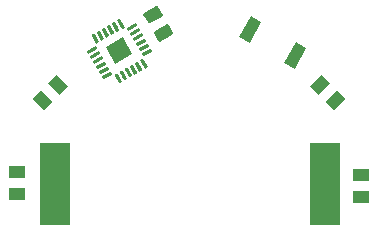
<source format=gbp>
G04 EAGLE Gerber RS-274X export*
G75*
%MOMM*%
%FSLAX34Y34*%
%LPD*%
%INBottom Paste*%
%IPPOS*%
%AMOC8*
5,1,8,0,0,1.08239X$1,22.5*%
G01*
G04 Define Apertures*
%ADD10R,2.540000X7.000000*%
%ADD11R,1.420200X1.031200*%
%ADD12R,1.031200X1.420200*%
%ADD13R,1.640000X1.640000*%
%ADD14C,0.065000*%
%ADD15R,2.000000X1.050000*%
%ADD16C,0.254000*%
D10*
X114300Y0D03*
X-114300Y0D03*
D11*
X-146050Y10465D03*
X-146050Y-7925D03*
D12*
G36*
X124687Y79775D02*
X131979Y72483D01*
X121937Y62441D01*
X114645Y69733D01*
X124687Y79775D01*
G37*
G36*
X111683Y92779D02*
X118975Y85487D01*
X108933Y75445D01*
X101641Y82737D01*
X111683Y92779D01*
G37*
D11*
X144780Y7925D03*
X144780Y-10465D03*
D12*
G36*
X-115915Y69733D02*
X-123207Y62441D01*
X-133249Y72483D01*
X-125957Y79775D01*
X-115915Y69733D01*
G37*
G36*
X-102911Y82737D02*
X-110203Y75445D01*
X-120245Y85487D01*
X-112953Y92779D01*
X-102911Y82737D01*
G37*
D13*
G36*
X-56999Y124201D02*
X-48799Y109999D01*
X-63001Y101799D01*
X-71201Y116001D01*
X-56999Y124201D01*
G37*
D14*
X-66925Y93443D02*
X-73376Y89719D01*
X-74351Y91407D01*
X-67900Y95131D01*
X-66925Y93443D01*
X-72307Y90336D02*
X-73732Y90336D01*
X-74089Y90953D02*
X-71238Y90953D01*
X-70170Y91570D02*
X-74069Y91570D01*
X-73000Y92187D02*
X-69101Y92187D01*
X-68032Y92804D02*
X-71931Y92804D01*
X-70862Y93421D02*
X-66963Y93421D01*
X-67269Y94038D02*
X-69793Y94038D01*
X-68725Y94655D02*
X-67625Y94655D01*
X-69425Y97773D02*
X-75876Y94049D01*
X-76851Y95737D01*
X-70400Y99461D01*
X-69425Y97773D01*
X-74807Y94666D02*
X-76232Y94666D01*
X-76589Y95283D02*
X-73738Y95283D01*
X-72670Y95900D02*
X-76569Y95900D01*
X-75500Y96517D02*
X-71601Y96517D01*
X-70532Y97134D02*
X-74431Y97134D01*
X-73362Y97751D02*
X-69463Y97751D01*
X-69769Y98368D02*
X-72293Y98368D01*
X-71225Y98985D02*
X-70125Y98985D01*
X-71925Y102103D02*
X-78376Y98379D01*
X-79351Y100067D01*
X-72900Y103791D01*
X-71925Y102103D01*
X-77307Y98996D02*
X-78732Y98996D01*
X-79089Y99613D02*
X-76238Y99613D01*
X-75170Y100230D02*
X-79069Y100230D01*
X-78000Y100847D02*
X-74101Y100847D01*
X-73032Y101464D02*
X-76931Y101464D01*
X-75862Y102081D02*
X-71963Y102081D01*
X-72269Y102698D02*
X-74793Y102698D01*
X-73725Y103315D02*
X-72625Y103315D01*
X-74425Y106433D02*
X-80876Y102709D01*
X-81851Y104397D01*
X-75400Y108121D01*
X-74425Y106433D01*
X-79807Y103326D02*
X-81232Y103326D01*
X-81589Y103943D02*
X-78738Y103943D01*
X-77670Y104560D02*
X-81569Y104560D01*
X-80500Y105177D02*
X-76601Y105177D01*
X-75532Y105794D02*
X-79431Y105794D01*
X-78362Y106411D02*
X-74463Y106411D01*
X-74769Y107028D02*
X-77293Y107028D01*
X-76225Y107645D02*
X-75125Y107645D01*
X-76925Y110763D02*
X-83376Y107039D01*
X-84351Y108727D01*
X-77900Y112451D01*
X-76925Y110763D01*
X-82307Y107656D02*
X-83732Y107656D01*
X-84089Y108273D02*
X-81238Y108273D01*
X-80170Y108890D02*
X-84069Y108890D01*
X-83000Y109507D02*
X-79101Y109507D01*
X-78032Y110124D02*
X-81931Y110124D01*
X-80862Y110741D02*
X-76963Y110741D01*
X-77269Y111358D02*
X-79793Y111358D01*
X-78725Y111975D02*
X-77625Y111975D01*
X-79425Y115093D02*
X-85876Y111369D01*
X-86851Y113057D01*
X-80400Y116781D01*
X-79425Y115093D01*
X-84807Y111986D02*
X-86232Y111986D01*
X-86589Y112603D02*
X-83738Y112603D01*
X-82670Y113220D02*
X-86569Y113220D01*
X-85500Y113837D02*
X-81601Y113837D01*
X-80532Y114454D02*
X-84431Y114454D01*
X-83362Y115071D02*
X-79463Y115071D01*
X-79769Y115688D02*
X-82293Y115688D01*
X-81225Y116305D02*
X-80125Y116305D01*
X-52101Y130869D02*
X-45650Y134593D01*
X-52101Y130869D02*
X-53076Y132557D01*
X-46625Y136281D01*
X-45650Y134593D01*
X-51032Y131486D02*
X-52457Y131486D01*
X-52814Y132103D02*
X-49963Y132103D01*
X-48895Y132720D02*
X-52794Y132720D01*
X-51725Y133337D02*
X-47826Y133337D01*
X-46757Y133954D02*
X-50656Y133954D01*
X-49587Y134571D02*
X-45688Y134571D01*
X-45994Y135188D02*
X-48518Y135188D01*
X-47450Y135805D02*
X-46350Y135805D01*
X-43150Y130263D02*
X-49601Y126539D01*
X-50576Y128227D01*
X-44125Y131951D01*
X-43150Y130263D01*
X-48532Y127156D02*
X-49957Y127156D01*
X-50314Y127773D02*
X-47463Y127773D01*
X-46395Y128390D02*
X-50294Y128390D01*
X-49225Y129007D02*
X-45326Y129007D01*
X-44257Y129624D02*
X-48156Y129624D01*
X-47087Y130241D02*
X-43188Y130241D01*
X-43494Y130858D02*
X-46018Y130858D01*
X-44950Y131475D02*
X-43850Y131475D01*
X-40650Y125933D02*
X-47101Y122209D01*
X-48076Y123897D01*
X-41625Y127621D01*
X-40650Y125933D01*
X-46032Y122826D02*
X-47457Y122826D01*
X-47814Y123443D02*
X-44963Y123443D01*
X-43895Y124060D02*
X-47794Y124060D01*
X-46725Y124677D02*
X-42826Y124677D01*
X-41757Y125294D02*
X-45656Y125294D01*
X-44587Y125911D02*
X-40688Y125911D01*
X-40994Y126528D02*
X-43518Y126528D01*
X-42450Y127145D02*
X-41350Y127145D01*
X-38150Y121603D02*
X-44601Y117879D01*
X-45576Y119567D01*
X-39125Y123291D01*
X-38150Y121603D01*
X-43532Y118496D02*
X-44957Y118496D01*
X-45314Y119113D02*
X-42463Y119113D01*
X-41395Y119730D02*
X-45294Y119730D01*
X-44225Y120347D02*
X-40326Y120347D01*
X-39257Y120964D02*
X-43156Y120964D01*
X-42087Y121581D02*
X-38188Y121581D01*
X-38494Y122198D02*
X-41018Y122198D01*
X-39950Y122815D02*
X-38850Y122815D01*
X-35650Y117273D02*
X-42101Y113549D01*
X-43076Y115237D01*
X-36625Y118961D01*
X-35650Y117273D01*
X-41032Y114166D02*
X-42457Y114166D01*
X-42814Y114783D02*
X-39963Y114783D01*
X-38895Y115400D02*
X-42794Y115400D01*
X-41725Y116017D02*
X-37826Y116017D01*
X-36757Y116634D02*
X-40656Y116634D01*
X-39587Y117251D02*
X-35688Y117251D01*
X-35994Y117868D02*
X-38518Y117868D01*
X-37450Y118485D02*
X-36350Y118485D01*
X-33150Y112943D02*
X-39601Y109219D01*
X-40576Y110907D01*
X-34125Y114631D01*
X-33150Y112943D01*
X-38532Y109836D02*
X-39957Y109836D01*
X-40314Y110453D02*
X-37463Y110453D01*
X-36395Y111070D02*
X-40294Y111070D01*
X-39225Y111687D02*
X-35326Y111687D01*
X-34257Y112304D02*
X-38156Y112304D01*
X-37087Y112921D02*
X-33188Y112921D01*
X-33494Y113538D02*
X-36018Y113538D01*
X-34950Y114155D02*
X-33850Y114155D01*
X-40443Y106076D02*
X-36719Y99625D01*
X-38407Y98650D01*
X-42131Y105101D01*
X-40443Y106076D01*
X-38763Y99267D02*
X-37339Y99267D01*
X-36869Y99884D02*
X-39119Y99884D01*
X-39476Y100501D02*
X-37225Y100501D01*
X-37581Y101118D02*
X-39832Y101118D01*
X-40188Y101735D02*
X-37937Y101735D01*
X-38293Y102352D02*
X-40544Y102352D01*
X-40900Y102969D02*
X-38649Y102969D01*
X-39006Y103586D02*
X-41256Y103586D01*
X-41613Y104203D02*
X-39362Y104203D01*
X-39718Y104820D02*
X-41969Y104820D01*
X-41549Y105437D02*
X-40074Y105437D01*
X-40430Y106054D02*
X-40481Y106054D01*
X-44773Y103576D02*
X-41049Y97125D01*
X-42737Y96150D01*
X-46461Y102601D01*
X-44773Y103576D01*
X-43093Y96767D02*
X-41669Y96767D01*
X-41199Y97384D02*
X-43449Y97384D01*
X-43806Y98001D02*
X-41555Y98001D01*
X-41911Y98618D02*
X-44162Y98618D01*
X-44518Y99235D02*
X-42267Y99235D01*
X-42623Y99852D02*
X-44874Y99852D01*
X-45230Y100469D02*
X-42979Y100469D01*
X-43336Y101086D02*
X-45586Y101086D01*
X-45943Y101703D02*
X-43692Y101703D01*
X-44048Y102320D02*
X-46299Y102320D01*
X-45879Y102937D02*
X-44404Y102937D01*
X-44760Y103554D02*
X-44811Y103554D01*
X-49103Y101076D02*
X-45379Y94625D01*
X-47067Y93650D01*
X-50791Y100101D01*
X-49103Y101076D01*
X-47423Y94267D02*
X-45999Y94267D01*
X-45529Y94884D02*
X-47779Y94884D01*
X-48136Y95501D02*
X-45885Y95501D01*
X-46241Y96118D02*
X-48492Y96118D01*
X-48848Y96735D02*
X-46597Y96735D01*
X-46953Y97352D02*
X-49204Y97352D01*
X-49560Y97969D02*
X-47309Y97969D01*
X-47666Y98586D02*
X-49916Y98586D01*
X-50273Y99203D02*
X-48022Y99203D01*
X-48378Y99820D02*
X-50629Y99820D01*
X-50209Y100437D02*
X-48734Y100437D01*
X-49090Y101054D02*
X-49141Y101054D01*
X-53433Y98576D02*
X-49709Y92125D01*
X-51397Y91150D01*
X-55121Y97601D01*
X-53433Y98576D01*
X-51753Y91767D02*
X-50329Y91767D01*
X-49859Y92384D02*
X-52109Y92384D01*
X-52466Y93001D02*
X-50215Y93001D01*
X-50571Y93618D02*
X-52822Y93618D01*
X-53178Y94235D02*
X-50927Y94235D01*
X-51283Y94852D02*
X-53534Y94852D01*
X-53890Y95469D02*
X-51639Y95469D01*
X-51996Y96086D02*
X-54246Y96086D01*
X-54603Y96703D02*
X-52352Y96703D01*
X-52708Y97320D02*
X-54959Y97320D01*
X-54539Y97937D02*
X-53064Y97937D01*
X-53420Y98554D02*
X-53471Y98554D01*
X-57763Y96076D02*
X-54039Y89625D01*
X-55727Y88650D01*
X-59451Y95101D01*
X-57763Y96076D01*
X-56083Y89267D02*
X-54659Y89267D01*
X-54189Y89884D02*
X-56439Y89884D01*
X-56796Y90501D02*
X-54545Y90501D01*
X-54901Y91118D02*
X-57152Y91118D01*
X-57508Y91735D02*
X-55257Y91735D01*
X-55613Y92352D02*
X-57864Y92352D01*
X-58220Y92969D02*
X-55969Y92969D01*
X-56326Y93586D02*
X-58576Y93586D01*
X-58933Y94203D02*
X-56682Y94203D01*
X-57038Y94820D02*
X-59289Y94820D01*
X-58869Y95437D02*
X-57394Y95437D01*
X-57750Y96054D02*
X-57801Y96054D01*
X-62093Y93576D02*
X-58369Y87125D01*
X-60057Y86150D01*
X-63781Y92601D01*
X-62093Y93576D01*
X-60413Y86767D02*
X-58989Y86767D01*
X-58519Y87384D02*
X-60769Y87384D01*
X-61126Y88001D02*
X-58875Y88001D01*
X-59231Y88618D02*
X-61482Y88618D01*
X-61838Y89235D02*
X-59587Y89235D01*
X-59943Y89852D02*
X-62194Y89852D01*
X-62550Y90469D02*
X-60299Y90469D01*
X-60656Y91086D02*
X-62906Y91086D01*
X-63263Y91703D02*
X-61012Y91703D01*
X-61368Y92320D02*
X-63619Y92320D01*
X-63199Y92937D02*
X-61724Y92937D01*
X-62080Y93554D02*
X-62131Y93554D01*
X-77869Y120899D02*
X-81593Y127350D01*
X-77869Y120899D02*
X-79557Y119924D01*
X-83281Y126375D01*
X-81593Y127350D01*
X-79913Y120541D02*
X-78489Y120541D01*
X-78019Y121158D02*
X-80269Y121158D01*
X-80626Y121775D02*
X-78375Y121775D01*
X-78731Y122392D02*
X-80982Y122392D01*
X-81338Y123009D02*
X-79087Y123009D01*
X-79443Y123626D02*
X-81694Y123626D01*
X-82050Y124243D02*
X-79799Y124243D01*
X-80156Y124860D02*
X-82406Y124860D01*
X-82763Y125477D02*
X-80512Y125477D01*
X-80868Y126094D02*
X-83119Y126094D01*
X-82699Y126711D02*
X-81224Y126711D01*
X-81580Y127328D02*
X-81631Y127328D01*
X-77263Y129850D02*
X-73539Y123399D01*
X-75227Y122424D01*
X-78951Y128875D01*
X-77263Y129850D01*
X-75583Y123041D02*
X-74159Y123041D01*
X-73689Y123658D02*
X-75939Y123658D01*
X-76296Y124275D02*
X-74045Y124275D01*
X-74401Y124892D02*
X-76652Y124892D01*
X-77008Y125509D02*
X-74757Y125509D01*
X-75113Y126126D02*
X-77364Y126126D01*
X-77720Y126743D02*
X-75469Y126743D01*
X-75826Y127360D02*
X-78076Y127360D01*
X-78433Y127977D02*
X-76182Y127977D01*
X-76538Y128594D02*
X-78789Y128594D01*
X-78369Y129211D02*
X-76894Y129211D01*
X-77250Y129828D02*
X-77301Y129828D01*
X-72933Y132350D02*
X-69209Y125899D01*
X-70897Y124924D01*
X-74621Y131375D01*
X-72933Y132350D01*
X-71253Y125541D02*
X-69829Y125541D01*
X-69359Y126158D02*
X-71609Y126158D01*
X-71966Y126775D02*
X-69715Y126775D01*
X-70071Y127392D02*
X-72322Y127392D01*
X-72678Y128009D02*
X-70427Y128009D01*
X-70783Y128626D02*
X-73034Y128626D01*
X-73390Y129243D02*
X-71139Y129243D01*
X-71496Y129860D02*
X-73746Y129860D01*
X-74103Y130477D02*
X-71852Y130477D01*
X-72208Y131094D02*
X-74459Y131094D01*
X-74039Y131711D02*
X-72564Y131711D01*
X-72920Y132328D02*
X-72971Y132328D01*
X-68603Y134850D02*
X-64879Y128399D01*
X-66567Y127424D01*
X-70291Y133875D01*
X-68603Y134850D01*
X-66923Y128041D02*
X-65499Y128041D01*
X-65029Y128658D02*
X-67279Y128658D01*
X-67636Y129275D02*
X-65385Y129275D01*
X-65741Y129892D02*
X-67992Y129892D01*
X-68348Y130509D02*
X-66097Y130509D01*
X-66453Y131126D02*
X-68704Y131126D01*
X-69060Y131743D02*
X-66809Y131743D01*
X-67166Y132360D02*
X-69416Y132360D01*
X-69773Y132977D02*
X-67522Y132977D01*
X-67878Y133594D02*
X-70129Y133594D01*
X-69709Y134211D02*
X-68234Y134211D01*
X-68590Y134828D02*
X-68641Y134828D01*
X-64273Y137350D02*
X-60549Y130899D01*
X-62237Y129924D01*
X-65961Y136375D01*
X-64273Y137350D01*
X-62593Y130541D02*
X-61169Y130541D01*
X-60699Y131158D02*
X-62949Y131158D01*
X-63306Y131775D02*
X-61055Y131775D01*
X-61411Y132392D02*
X-63662Y132392D01*
X-64018Y133009D02*
X-61767Y133009D01*
X-62123Y133626D02*
X-64374Y133626D01*
X-64730Y134243D02*
X-62479Y134243D01*
X-62836Y134860D02*
X-65086Y134860D01*
X-65443Y135477D02*
X-63192Y135477D01*
X-63548Y136094D02*
X-65799Y136094D01*
X-65379Y136711D02*
X-63904Y136711D01*
X-64260Y137328D02*
X-64311Y137328D01*
X-59943Y139850D02*
X-56219Y133399D01*
X-57907Y132424D01*
X-61631Y138875D01*
X-59943Y139850D01*
X-58263Y133041D02*
X-56839Y133041D01*
X-56369Y133658D02*
X-58619Y133658D01*
X-58976Y134275D02*
X-56725Y134275D01*
X-57081Y134892D02*
X-59332Y134892D01*
X-59688Y135509D02*
X-57437Y135509D01*
X-57793Y136126D02*
X-60044Y136126D01*
X-60400Y136743D02*
X-58149Y136743D01*
X-58506Y137360D02*
X-60756Y137360D01*
X-61113Y137977D02*
X-58862Y137977D01*
X-59218Y138594D02*
X-61469Y138594D01*
X-61049Y139211D02*
X-59574Y139211D01*
X-59930Y139828D02*
X-59981Y139828D01*
D15*
G36*
X41380Y124978D02*
X51379Y142298D01*
X60472Y137048D01*
X50473Y119728D01*
X41380Y124978D01*
G37*
G36*
X79528Y102953D02*
X89527Y120273D01*
X98620Y115023D01*
X88621Y97703D01*
X79528Y102953D01*
G37*
D16*
X-34684Y137741D02*
X-38494Y144340D01*
X-28596Y150055D01*
X-24786Y143456D01*
X-34684Y137741D01*
X-36077Y140154D02*
X-30505Y140154D01*
X-26326Y142567D02*
X-37470Y142567D01*
X-37386Y144980D02*
X-25666Y144980D01*
X-27059Y147393D02*
X-33206Y147393D01*
X-29027Y149806D02*
X-28452Y149806D01*
X-29604Y128942D02*
X-25794Y122343D01*
X-29604Y128942D02*
X-19706Y134657D01*
X-15896Y128058D01*
X-25794Y122343D01*
X-27187Y124756D02*
X-21615Y124756D01*
X-17436Y127169D02*
X-28580Y127169D01*
X-28496Y129582D02*
X-16776Y129582D01*
X-18169Y131995D02*
X-24316Y131995D01*
X-20137Y134408D02*
X-19562Y134408D01*
M02*

</source>
